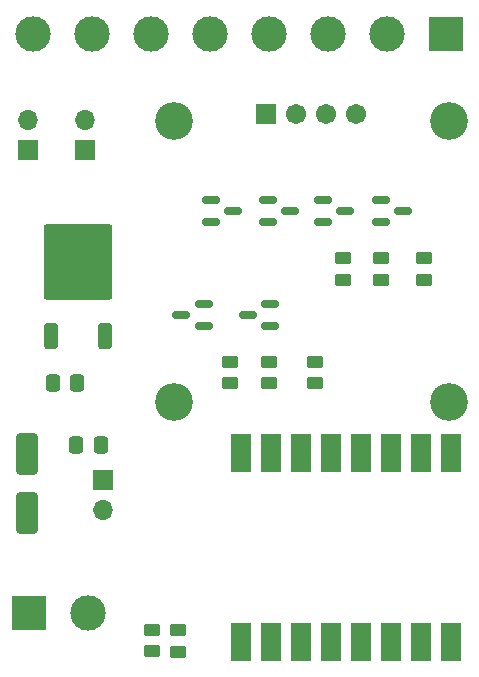
<source format=gts>
G04 #@! TF.GenerationSoftware,KiCad,Pcbnew,9.0.0*
G04 #@! TF.CreationDate,2025-03-14T10:33:54+00:00*
G04 #@! TF.ProjectId,paxtogeddon-pcb,70617874-6f67-4656-9464-6f6e2d706362,rev?*
G04 #@! TF.SameCoordinates,Original*
G04 #@! TF.FileFunction,Soldermask,Top*
G04 #@! TF.FilePolarity,Negative*
%FSLAX46Y46*%
G04 Gerber Fmt 4.6, Leading zero omitted, Abs format (unit mm)*
G04 Created by KiCad (PCBNEW 9.0.0) date 2025-03-14 10:33:54*
%MOMM*%
%LPD*%
G01*
G04 APERTURE LIST*
G04 Aperture macros list*
%AMRoundRect*
0 Rectangle with rounded corners*
0 $1 Rounding radius*
0 $2 $3 $4 $5 $6 $7 $8 $9 X,Y pos of 4 corners*
0 Add a 4 corners polygon primitive as box body*
4,1,4,$2,$3,$4,$5,$6,$7,$8,$9,$2,$3,0*
0 Add four circle primitives for the rounded corners*
1,1,$1+$1,$2,$3*
1,1,$1+$1,$4,$5*
1,1,$1+$1,$6,$7*
1,1,$1+$1,$8,$9*
0 Add four rect primitives between the rounded corners*
20,1,$1+$1,$2,$3,$4,$5,0*
20,1,$1+$1,$4,$5,$6,$7,0*
20,1,$1+$1,$6,$7,$8,$9,0*
20,1,$1+$1,$8,$9,$2,$3,0*%
G04 Aperture macros list end*
%ADD10R,3.000000X3.000000*%
%ADD11C,3.000000*%
%ADD12RoundRect,0.250000X0.350000X-0.850000X0.350000X0.850000X-0.350000X0.850000X-0.350000X-0.850000X0*%
%ADD13RoundRect,0.249997X2.650003X-2.950003X2.650003X2.950003X-2.650003X2.950003X-2.650003X-2.950003X0*%
%ADD14RoundRect,0.102000X-0.754000X-0.754000X0.754000X-0.754000X0.754000X0.754000X-0.754000X0.754000X0*%
%ADD15C,1.712000*%
%ADD16C,3.204000*%
%ADD17RoundRect,0.250000X-0.650000X1.500000X-0.650000X-1.500000X0.650000X-1.500000X0.650000X1.500000X0*%
%ADD18O,1.700000X1.700000*%
%ADD19R,1.700000X1.700000*%
%ADD20RoundRect,0.250000X0.450000X-0.262500X0.450000X0.262500X-0.450000X0.262500X-0.450000X-0.262500X0*%
%ADD21RoundRect,0.250000X-0.450000X0.262500X-0.450000X-0.262500X0.450000X-0.262500X0.450000X0.262500X0*%
%ADD22RoundRect,0.150000X0.587500X0.150000X-0.587500X0.150000X-0.587500X-0.150000X0.587500X-0.150000X0*%
%ADD23RoundRect,0.150000X-0.587500X-0.150000X0.587500X-0.150000X0.587500X0.150000X-0.587500X0.150000X0*%
%ADD24RoundRect,0.250000X-0.337500X-0.475000X0.337500X-0.475000X0.337500X0.475000X-0.337500X0.475000X0*%
%ADD25RoundRect,0.250000X0.337500X0.475000X-0.337500X0.475000X-0.337500X-0.475000X0.337500X-0.475000X0*%
%ADD26RoundRect,0.102000X-0.762000X1.512500X-0.762000X-1.512500X0.762000X-1.512500X0.762000X1.512500X0*%
G04 APERTURE END LIST*
D10*
X70900000Y-26500000D03*
D11*
X65900000Y-26500000D03*
X60900000Y-26500000D03*
X55900000Y-26500000D03*
X50900000Y-26500000D03*
X45900000Y-26500000D03*
X40900000Y-26500000D03*
X35900000Y-26500000D03*
D10*
X35567500Y-75567500D03*
D11*
X40567500Y-75567500D03*
D12*
X37392500Y-52100000D03*
D13*
X39672500Y-45800000D03*
D12*
X41952500Y-52100000D03*
D14*
X55660000Y-33300000D03*
D15*
X58200000Y-33300000D03*
X60740000Y-33300000D03*
X63280000Y-33300000D03*
D16*
X47820000Y-33900000D03*
X71120000Y-33900000D03*
X71120000Y-57700000D03*
X47820000Y-57700000D03*
D17*
X35400000Y-67100000D03*
X35400000Y-62100000D03*
D18*
X41800000Y-66865000D03*
D19*
X41800000Y-64325000D03*
D20*
X69000000Y-45487500D03*
X69000000Y-47312500D03*
X65400000Y-45487500D03*
X65400000Y-47312500D03*
X62100000Y-45487500D03*
X62100000Y-47312500D03*
X59800000Y-54287500D03*
X59800000Y-56112500D03*
D19*
X40300000Y-36375000D03*
D18*
X40300000Y-33835000D03*
D21*
X48200000Y-76987500D03*
X48200000Y-78812500D03*
D22*
X55937500Y-51250000D03*
X55937500Y-49350000D03*
X54062500Y-50300000D03*
D23*
X50962500Y-40550000D03*
X50962500Y-42450000D03*
X52837500Y-41500000D03*
X65362500Y-40550000D03*
X65362500Y-42450000D03*
X67237500Y-41500000D03*
D22*
X50337500Y-51250000D03*
X50337500Y-49350000D03*
X48462500Y-50300000D03*
D19*
X35500000Y-36375000D03*
D18*
X35500000Y-33835000D03*
D23*
X55762500Y-40550000D03*
X55762500Y-42450000D03*
X57637500Y-41500000D03*
D20*
X52600000Y-56112500D03*
X52600000Y-54287500D03*
D23*
X60462500Y-40550000D03*
X60462500Y-42450000D03*
X62337500Y-41500000D03*
D21*
X46000000Y-76975000D03*
X46000000Y-78800000D03*
D20*
X55900000Y-56112500D03*
X55900000Y-54287500D03*
D24*
X37562500Y-56100000D03*
X39637500Y-56100000D03*
D25*
X41637500Y-61300000D03*
X39562500Y-61300000D03*
D26*
X53470000Y-77985000D03*
X56010000Y-77985000D03*
X58550000Y-77985000D03*
X61090000Y-77985000D03*
X66170000Y-77985000D03*
X63630000Y-77985000D03*
X71250000Y-62015000D03*
X71250000Y-77985000D03*
X68710000Y-62015000D03*
X66170000Y-62015000D03*
X63630000Y-62015000D03*
X61090000Y-62015000D03*
X58550000Y-62015000D03*
X56010000Y-62015000D03*
X53470000Y-62015000D03*
X68710000Y-77985000D03*
M02*

</source>
